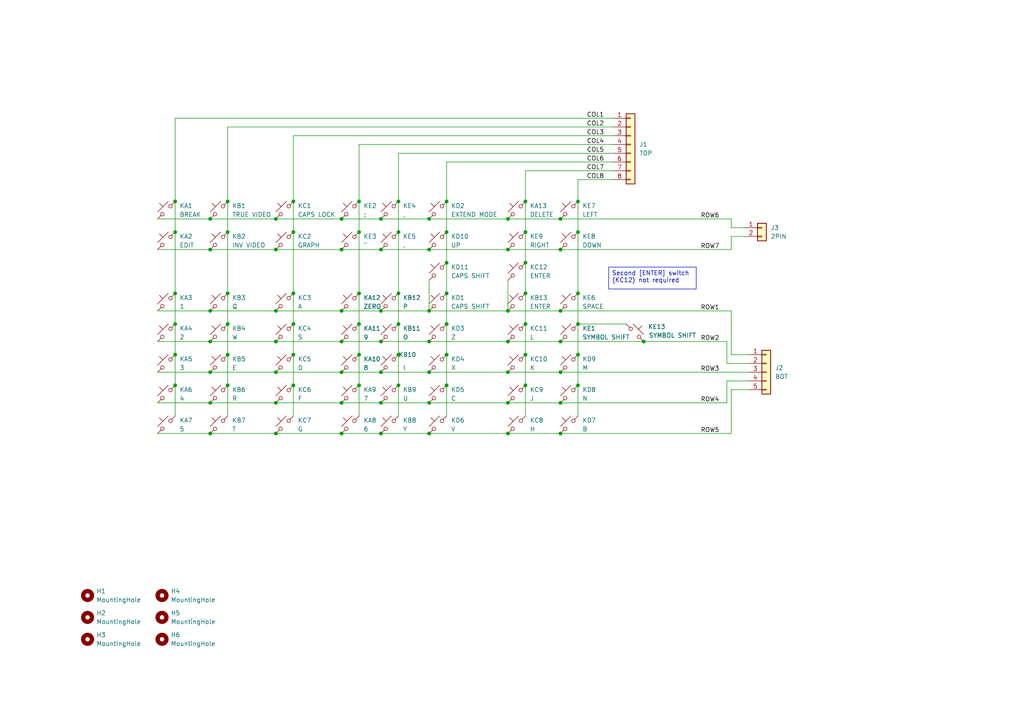
<source format=kicad_sch>
(kicad_sch (version 20250114) (generator "eeschema") (generator_version "9.0")
  (paper "A4")
  (title_block (title "ZX Spectrum Next Keyboard for Bare Board") (date "28/OCT/2025") (rev "A") (company "Brett Hallen"))
  (lib_symbols
    (symbol "Connector_Generic:Conn_01x02" (pin_names (offset 1.016) (hide yes))
      (property "Reference" "J" (at 0 2.54 0))
      (property "Value" "Conn_01x02" (at 0 -5.08 0))
      (symbol "Conn_01x02_1_1"
        (rectangle (start -1.27 1.27) (end 1.27 -3.81) (stroke (width 0.254)) (fill (type background)))
        (rectangle (start -1.27 0.127) (end 0 -0.127) (stroke (width 0.1524)))
        (rectangle (start -1.27 -2.413) (end 0 -2.667) (stroke (width 0.1524)))
        (pin passive line (at -5.08 0 0) (length 3.81) (name "Pin_1") (number "1"))
        (pin passive line (at -5.08 -2.54 0) (length 3.81) (name "Pin_2") (number "2"))
      )
    )
    (symbol "Connector_Generic:Conn_01x05" (pin_names (offset 1.016) (hide yes))
      (property "Reference" "J" (at 0 7.62 0))
      (property "Value" "Conn_01x05" (at 0 -7.62 0))
      (symbol "Conn_01x05_1_1"
        (rectangle (start -1.27 6.35) (end 1.27 -6.35) (stroke (width 0.254)) (fill (type background)))
        (rectangle (start -1.27 5.207) (end 0 4.953) (stroke (width 0.1524)))
        (rectangle (start -1.27 2.667) (end 0 2.413) (stroke (width 0.1524)))
        (rectangle (start -1.27 0.127) (end 0 -0.127) (stroke (width 0.1524)))
        (rectangle (start -1.27 -2.413) (end 0 -2.667) (stroke (width 0.1524)))
        (rectangle (start -1.27 -4.953) (end 0 -5.207) (stroke (width 0.1524)))
        (pin passive line (at -5.08 5.08 0) (length 3.81) (name "Pin_1") (number "1"))
        (pin passive line (at -5.08 2.54 0) (length 3.81) (name "Pin_2") (number "2"))
        (pin passive line (at -5.08 0 0) (length 3.81) (name "Pin_3") (number "3"))
        (pin passive line (at -5.08 -2.54 0) (length 3.81) (name "Pin_4") (number "4"))
        (pin passive line (at -5.08 -5.08 0) (length 3.81) (name "Pin_5") (number "5"))
      )
    )
    (symbol "Connector_Generic:Conn_01x08" (pin_names (offset 1.016) (hide yes))
      (property "Reference" "J" (at 0 10.16 0))
      (property "Value" "Conn_01x08" (at 0 -12.7 0))
      (symbol "Conn_01x08_1_1"
        (rectangle (start -1.27 8.89) (end 1.27 -11.43) (stroke (width 0.254)) (fill (type background)))
        (rectangle (start -1.27 7.747) (end 0 7.493) (stroke (width 0.1524)))
        (rectangle (start -1.27 5.207) (end 0 4.953) (stroke (width 0.1524)))
        (rectangle (start -1.27 2.667) (end 0 2.413) (stroke (width 0.1524)))
        (rectangle (start -1.27 0.127) (end 0 -0.127) (stroke (width 0.1524)))
        (rectangle (start -1.27 -2.413) (end 0 -2.667) (stroke (width 0.1524)))
        (rectangle (start -1.27 -4.953) (end 0 -5.207) (stroke (width 0.1524)))
        (rectangle (start -1.27 -7.493) (end 0 -7.747) (stroke (width 0.1524)))
        (rectangle (start -1.27 -10.033) (end 0 -10.287) (stroke (width 0.1524)))
        (pin passive line (at -5.08 7.62 0) (length 3.81) (name "Pin_1") (number "1"))
        (pin passive line (at -5.08 5.08 0) (length 3.81) (name "Pin_2") (number "2"))
        (pin passive line (at -5.08 2.54 0) (length 3.81) (name "Pin_3") (number "3"))
        (pin passive line (at -5.08 0 0) (length 3.81) (name "Pin_4") (number "4"))
        (pin passive line (at -5.08 -2.54 0) (length 3.81) (name "Pin_5") (number "5"))
        (pin passive line (at -5.08 -5.08 0) (length 3.81) (name "Pin_6") (number "6"))
        (pin passive line (at -5.08 -7.62 0) (length 3.81) (name "Pin_7") (number "7"))
        (pin passive line (at -5.08 -10.16 0) (length 3.81) (name "Pin_8") (number "8"))
      )
    )
    (symbol "Mechanical:MountingHole" (pin_names (offset 1.016)) (in_bom no)
      (property "Reference" "H" (at 0 5.08 0))
      (property "Value" "MountingHole" (at 0 3.175 0))
      (symbol "MountingHole_0_1"
        (circle (center 0 0) (radius 1.27) (stroke (width 1.27)))
      )
    )
    (symbol "Switch:SW_Push_45deg" (pin_numbers (hide yes)) (pin_names (offset 1.016) (hide yes))
      (property "Reference" "SW" (at 3.048 1.016 0))
      (property "Value" "SW_Push_45deg" (at 0 -3.81 0))
      (symbol "SW_Push_45deg_0_1"
        (polyline (pts (xy -2.54 2.54) (xy -1.524 1.524) (xy -1.524 1.524)))
        (circle (center -1.1684 1.1684) (radius 0.508))
        (polyline (pts (xy -0.508 2.54) (xy 2.54 -0.508)))
        (polyline (pts (xy 1.016 1.016) (xy 2.032 2.032)))
        (circle (center 1.143 -1.1938) (radius 0.508))
        (polyline (pts (xy 1.524 -1.524) (xy 2.54 -2.54) (xy 2.54 -2.54) (xy 2.54 -2.54)))
        (pin passive line (at -2.54 2.54 0) (length 0) (name "1") (number "1"))
        (pin passive line (at 2.54 -2.54 180) (length 0) (name "2") (number "2"))
      )
    )
  )
  (text_box "Second [ENTER] switch (KC12) not required" (at 176.53 77.47 0) (size 25.4 6.35) (margins 0.9525 0.9525 0.9525 0.9525) (effects (font (size 1.27 1.27)) (justify left top)))
  (junction (at 167.64 58.42))
  (junction (at 186.69 99.06))
  (junction (at 115.57 93.98))
  (junction (at 147.32 90.17))
  (junction (at 115.57 85.09))
  (junction (at 167.64 102.87))
  (junction (at 110.49 90.17))
  (junction (at 129.54 93.98))
  (junction (at 124.46 116.84))
  (junction (at 167.64 85.09))
  (junction (at 162.56 72.39))
  (junction (at 110.49 107.95))
  (junction (at 124.46 90.17))
  (junction (at 110.49 72.39))
  (junction (at 110.49 99.06))
  (junction (at 66.04 102.87))
  (junction (at 115.57 102.87))
  (junction (at 152.4 102.87))
  (junction (at 66.04 85.09))
  (junction (at 99.06 116.84))
  (junction (at 129.54 76.2))
  (junction (at 99.06 63.5))
  (junction (at 99.06 107.95))
  (junction (at 129.54 67.31))
  (junction (at 104.14 67.31))
  (junction (at 104.14 58.42))
  (junction (at 60.96 90.17))
  (junction (at 85.09 85.09))
  (junction (at 99.06 72.39))
  (junction (at 124.46 99.06))
  (junction (at 104.14 93.98))
  (junction (at 99.06 90.17))
  (junction (at 124.46 72.39))
  (junction (at 115.57 67.31))
  (junction (at 110.49 125.73))
  (junction (at 60.96 63.5))
  (junction (at 167.64 67.31))
  (junction (at 85.09 102.87))
  (junction (at 80.01 63.5))
  (junction (at 147.32 116.84))
  (junction (at 80.01 107.95))
  (junction (at 85.09 111.76))
  (junction (at 80.01 72.39))
  (junction (at 129.54 102.87))
  (junction (at 50.8 67.31))
  (junction (at 99.06 99.06))
  (junction (at 80.01 116.84))
  (junction (at 66.04 93.98))
  (junction (at 152.4 76.2))
  (junction (at 60.96 116.84))
  (junction (at 80.01 99.06))
  (junction (at 129.54 85.09))
  (junction (at 99.06 125.73))
  (junction (at 147.32 107.95))
  (junction (at 152.4 67.31))
  (junction (at 162.56 90.17))
  (junction (at 147.32 72.39))
  (junction (at 124.46 107.95))
  (junction (at 66.04 67.31))
  (junction (at 147.32 63.5))
  (junction (at 85.09 58.42))
  (junction (at 60.96 99.06))
  (junction (at 50.8 102.87))
  (junction (at 66.04 58.42))
  (junction (at 50.8 58.42))
  (junction (at 66.04 111.76))
  (junction (at 124.46 125.73))
  (junction (at 162.56 99.06))
  (junction (at 167.64 93.98))
  (junction (at 162.56 125.73))
  (junction (at 162.56 107.95))
  (junction (at 147.32 125.73))
  (junction (at 162.56 63.5))
  (junction (at 152.4 111.76))
  (junction (at 80.01 125.73))
  (junction (at 85.09 93.98))
  (junction (at 152.4 85.09))
  (junction (at 60.96 125.73))
  (junction (at 152.4 58.42))
  (junction (at 115.57 58.42))
  (junction (at 124.46 63.5))
  (junction (at 85.09 67.31))
  (junction (at 110.49 63.5))
  (junction (at 80.01 90.17))
  (junction (at 129.54 58.42))
  (junction (at 147.32 99.06))
  (junction (at 50.8 111.76))
  (junction (at 60.96 72.39))
  (junction (at 110.49 116.84))
  (junction (at 104.14 111.76))
  (junction (at 162.56 116.84))
  (junction (at 104.14 102.87))
  (junction (at 104.14 85.09))
  (junction (at 167.64 111.76))
  (junction (at 129.54 111.76))
  (junction (at 115.57 111.76))
  (junction (at 60.96 107.95))
  (junction (at 50.8 85.09))
  (junction (at 152.4 93.98))
  (junction (at 50.8 93.98))
  (wire (pts (xy 162.56 116.84) (xy 210.82 116.84)))
  (wire (pts (xy 99.06 99.06) (xy 110.49 99.06)))
  (wire (pts (xy 45.72 90.17) (xy 60.96 90.17)))
  (wire (pts (xy 60.96 72.39) (xy 80.01 72.39)))
  (wire (pts (xy 167.64 93.98) (xy 181.61 93.98)))
  (wire (pts (xy 152.4 85.09) (xy 152.4 93.98)))
  (wire (pts (xy 80.01 107.95) (xy 99.06 107.95)))
  (wire (pts (xy 115.57 111.76) (xy 115.57 120.65)))
  (wire (pts (xy 167.64 67.31) (xy 167.64 85.09)))
  (wire (pts (xy 80.01 63.5) (xy 99.06 63.5)))
  (wire (pts (xy 60.96 107.95) (xy 80.01 107.95)))
  (wire (pts (xy 60.96 125.73) (xy 80.01 125.73)))
  (wire (pts (xy 217.17 113.03) (xy 212.09 113.03)))
  (wire (pts (xy 115.57 93.98) (xy 115.57 102.87)))
  (wire (pts (xy 115.57 58.42) (xy 115.57 67.31)))
  (wire (pts (xy 124.46 99.06) (xy 147.32 99.06)))
  (wire (pts (xy 115.57 67.31) (xy 115.57 85.09)))
  (wire (pts (xy 162.56 107.95) (xy 217.17 107.95)))
  (wire (pts (xy 50.8 102.87) (xy 50.8 111.76)))
  (wire (pts (xy 50.8 67.31) (xy 50.8 85.09)))
  (wire (pts (xy 124.46 125.73) (xy 147.32 125.73)))
  (wire (pts (xy 177.8 36.83) (xy 66.04 36.83)))
  (wire (pts (xy 217.17 102.87) (xy 212.09 102.87)))
  (wire (pts (xy 212.09 68.58) (xy 212.09 72.39)))
  (wire (pts (xy 152.4 67.31) (xy 152.4 76.2)))
  (wire (pts (xy 129.54 58.42) (xy 129.54 67.31)))
  (wire (pts (xy 147.32 81.28) (xy 147.32 90.17)))
  (wire (pts (xy 99.06 125.73) (xy 110.49 125.73)))
  (wire (pts (xy 66.04 36.83) (xy 66.04 58.42)))
  (wire (pts (xy 147.32 72.39) (xy 162.56 72.39)))
  (wire (pts (xy 66.04 67.31) (xy 66.04 85.09)))
  (wire (pts (xy 162.56 63.5) (xy 212.09 63.5)))
  (wire (pts (xy 217.17 110.49) (xy 210.82 110.49)))
  (wire (pts (xy 162.56 99.06) (xy 186.69 99.06)))
  (wire (pts (xy 167.64 58.42) (xy 167.64 67.31)))
  (wire (pts (xy 212.09 102.87) (xy 212.09 90.17)))
  (wire (pts (xy 167.64 52.07) (xy 167.64 58.42)))
  (wire (pts (xy 110.49 99.06) (xy 124.46 99.06)))
  (wire (pts (xy 167.64 85.09) (xy 167.64 93.98)))
  (wire (pts (xy 60.96 99.06) (xy 80.01 99.06)))
  (wire (pts (xy 186.69 99.06) (xy 210.82 99.06)))
  (wire (pts (xy 85.09 85.09) (xy 85.09 93.98)))
  (wire (pts (xy 152.4 76.2) (xy 152.4 85.09)))
  (wire (pts (xy 162.56 125.73) (xy 212.09 125.73)))
  (wire (pts (xy 104.14 41.91) (xy 104.14 58.42)))
  (wire (pts (xy 60.96 116.84) (xy 80.01 116.84)))
  (wire (pts (xy 167.64 102.87) (xy 167.64 111.76)))
  (wire (pts (xy 167.64 111.76) (xy 167.64 120.65)))
  (wire (pts (xy 129.54 93.98) (xy 129.54 102.87)))
  (wire (pts (xy 85.09 111.76) (xy 85.09 120.65)))
  (wire (pts (xy 66.04 85.09) (xy 66.04 93.98)))
  (wire (pts (xy 177.8 46.99) (xy 129.54 46.99)))
  (wire (pts (xy 45.72 116.84) (xy 60.96 116.84)))
  (wire (pts (xy 147.32 63.5) (xy 162.56 63.5)))
  (wire (pts (xy 66.04 102.87) (xy 66.04 111.76)))
  (wire (pts (xy 45.72 125.73) (xy 60.96 125.73)))
  (wire (pts (xy 152.4 93.98) (xy 152.4 102.87)))
  (wire (pts (xy 85.09 67.31) (xy 85.09 85.09)))
  (wire (pts (xy 85.09 58.42) (xy 85.09 67.31)))
  (wire (pts (xy 124.46 63.5) (xy 147.32 63.5)))
  (wire (pts (xy 124.46 116.84) (xy 147.32 116.84)))
  (wire (pts (xy 104.14 93.98) (xy 104.14 102.87)))
  (wire (pts (xy 152.4 102.87) (xy 152.4 111.76)))
  (wire (pts (xy 129.54 85.09) (xy 129.54 93.98)))
  (wire (pts (xy 50.8 111.76) (xy 50.8 120.65)))
  (wire (pts (xy 115.57 102.87) (xy 115.57 111.76)))
  (wire (pts (xy 110.49 116.84) (xy 124.46 116.84)))
  (wire (pts (xy 152.4 49.53) (xy 152.4 58.42)))
  (wire (pts (xy 177.8 44.45) (xy 115.57 44.45)))
  (wire (pts (xy 177.8 41.91) (xy 104.14 41.91)))
  (wire (pts (xy 147.32 125.73) (xy 162.56 125.73)))
  (wire (pts (xy 104.14 102.87) (xy 104.14 111.76)))
  (wire (pts (xy 50.8 85.09) (xy 50.8 93.98)))
  (wire (pts (xy 104.14 85.09) (xy 104.14 93.98)))
  (wire (pts (xy 45.72 107.95) (xy 60.96 107.95)))
  (wire (pts (xy 50.8 34.29) (xy 50.8 58.42)))
  (wire (pts (xy 210.82 110.49) (xy 210.82 116.84)))
  (wire (pts (xy 110.49 125.73) (xy 124.46 125.73)))
  (wire (pts (xy 147.32 99.06) (xy 162.56 99.06)))
  (wire (pts (xy 147.32 90.17) (xy 162.56 90.17)))
  (wire (pts (xy 104.14 67.31) (xy 104.14 85.09)))
  (wire (pts (xy 50.8 93.98) (xy 50.8 102.87)))
  (wire (pts (xy 104.14 111.76) (xy 104.14 120.65)))
  (wire (pts (xy 129.54 102.87) (xy 129.54 111.76)))
  (wire (pts (xy 66.04 111.76) (xy 66.04 120.65)))
  (wire (pts (xy 110.49 72.39) (xy 124.46 72.39)))
  (wire (pts (xy 85.09 39.37) (xy 85.09 58.42)))
  (wire (pts (xy 129.54 46.99) (xy 129.54 58.42)))
  (wire (pts (xy 124.46 72.39) (xy 147.32 72.39)))
  (wire (pts (xy 167.64 93.98) (xy 167.64 102.87)))
  (wire (pts (xy 177.8 52.07) (xy 167.64 52.07)))
  (wire (pts (xy 60.96 63.5) (xy 80.01 63.5)))
  (wire (pts (xy 99.06 116.84) (xy 110.49 116.84)))
  (wire (pts (xy 50.8 58.42) (xy 50.8 67.31)))
  (wire (pts (xy 104.14 58.42) (xy 104.14 67.31)))
  (wire (pts (xy 212.09 113.03) (xy 212.09 125.73)))
  (wire (pts (xy 129.54 76.2) (xy 129.54 85.09)))
  (wire (pts (xy 60.96 90.17) (xy 80.01 90.17)))
  (wire (pts (xy 162.56 90.17) (xy 212.09 90.17)))
  (wire (pts (xy 80.01 90.17) (xy 99.06 90.17)))
  (wire (pts (xy 85.09 102.87) (xy 85.09 111.76)))
  (wire (pts (xy 147.32 116.84) (xy 162.56 116.84)))
  (wire (pts (xy 124.46 90.17) (xy 147.32 90.17)))
  (wire (pts (xy 85.09 93.98) (xy 85.09 102.87)))
  (wire (pts (xy 129.54 67.31) (xy 129.54 76.2)))
  (wire (pts (xy 152.4 58.42) (xy 152.4 67.31)))
  (wire (pts (xy 80.01 116.84) (xy 99.06 116.84)))
  (wire (pts (xy 124.46 107.95) (xy 147.32 107.95)))
  (wire (pts (xy 99.06 90.17) (xy 110.49 90.17)))
  (wire (pts (xy 147.32 107.95) (xy 162.56 107.95)))
  (wire (pts (xy 110.49 107.95) (xy 124.46 107.95)))
  (wire (pts (xy 110.49 63.5) (xy 124.46 63.5)))
  (wire (pts (xy 115.57 85.09) (xy 115.57 93.98)))
  (wire (pts (xy 217.17 105.41) (xy 210.82 105.41)))
  (wire (pts (xy 45.72 72.39) (xy 60.96 72.39)))
  (wire (pts (xy 212.09 66.04) (xy 212.09 63.5)))
  (wire (pts (xy 99.06 63.5) (xy 110.49 63.5)))
  (wire (pts (xy 162.56 72.39) (xy 212.09 72.39)))
  (wire (pts (xy 99.06 72.39) (xy 110.49 72.39)))
  (wire (pts (xy 45.72 63.5) (xy 60.96 63.5)))
  (wire (pts (xy 210.82 105.41) (xy 210.82 99.06)))
  (wire (pts (xy 45.72 99.06) (xy 60.96 99.06)))
  (wire (pts (xy 177.8 39.37) (xy 85.09 39.37)))
  (wire (pts (xy 80.01 125.73) (xy 99.06 125.73)))
  (wire (pts (xy 66.04 58.42) (xy 66.04 67.31)))
  (wire (pts (xy 177.8 49.53) (xy 152.4 49.53)))
  (wire (pts (xy 215.9 68.58) (xy 212.09 68.58)))
  (wire (pts (xy 124.46 81.28) (xy 124.46 90.17)))
  (wire (pts (xy 80.01 72.39) (xy 99.06 72.39)))
  (wire (pts (xy 115.57 44.45) (xy 115.57 58.42)))
  (wire (pts (xy 99.06 107.95) (xy 110.49 107.95)))
  (wire (pts (xy 177.8 34.29) (xy 50.8 34.29)))
  (wire (pts (xy 129.54 111.76) (xy 129.54 120.65)))
  (wire (pts (xy 152.4 111.76) (xy 152.4 120.65)))
  (wire (pts (xy 215.9 66.04) (xy 212.09 66.04)))
  (wire (pts (xy 66.04 93.98) (xy 66.04 102.87)))
  (wire (pts (xy 80.01 99.06) (xy 99.06 99.06)))
  (wire (pts (xy 110.49 90.17) (xy 124.46 90.17)))
  (label "COL7" (at 170.18 49.53 0))
  (label "COL5" (at 170.18 44.45 0))
  (label "ROW2" (at 203.2 99.06 0))
  (label "COL8" (at 170.18 52.07 0))
  (label "COL6" (at 170.18 46.99 0))
  (label "COL3" (at 170.18 39.37 0))
  (label "ROW7" (at 203.2 72.39 0))
  (label "ROW3" (at 203.2 107.95 0))
  (label "COL4" (at 170.18 41.91 0))
  (label "COL2" (at 170.18 36.83 0))
  (label "ROW4" (at 203.2 116.84 0))
  (label "ROW5" (at 203.2 125.73 0))
  (label "ROW1" (at 203.2 90.17 0))
  (label "COL1" (at 170.18 34.29 0))
  (label "ROW6" (at 203.2 63.5 0))
  (symbol (lib_id "Switch:SW_Push_45deg") (at 101.6 60.96 90) (unit 1)
    (property "Reference" "KE2" (at 105.41 59.6899 90) (effects (justify right)))
    (property "Value" ";" (at 105.41 62.2299 90) (effects (justify right)))
    (property "Footprint" "Clueless_Engineer:SW_Gateron_LowProfile_THT" (effects (hide yes)))
    (property "Description" "Push button switch, normally open, two pins, 45° tilted" (effects (hide yes)))
  )
  (symbol (lib_id "Switch:SW_Push_45deg") (at 127 105.41 90) (unit 1)
    (property "Reference" "KD4" (at 130.81 104.1399 90) (effects (justify right)))
    (property "Value" "X" (at 130.81 106.6799 90) (effects (justify right)))
    (property "Footprint" "Clueless_Engineer:SW_Gateron_LowProfile_THT" (effects (hide yes)))
    (property "Description" "Push button switch, normally open, two pins, 45° tilted" (effects (hide yes)))
  )
  (symbol (lib_id "Switch:SW_Push_45deg") (at 63.5 96.52 90) (unit 1)
    (property "Reference" "KB4" (at 67.31 95.2499 90) (effects (justify right)))
    (property "Value" "W" (at 67.31 97.7899 90) (effects (justify right)))
    (property "Footprint" "Clueless_Engineer:SW_Gateron_LowProfile_THT" (effects (hide yes)))
    (property "Description" "Push button switch, normally open, two pins, 45° tilted" (effects (hide yes)))
  )
  (symbol (lib_id "Switch:SW_Push_45deg") (at 113.03 87.63 90) (unit 1)
    (property "Reference" "KB12" (at 116.84 86.3599 90) (effects (justify right)))
    (property "Value" "P" (at 116.84 88.8999 90) (effects (justify right)))
    (property "Footprint" "Clueless_Engineer:SW_Gateron_LowProfile_THT" (effects (hide yes)))
    (property "Description" "Push button switch, normally open, two pins, 45° tilted" (effects (hide yes)))
  )
  (symbol (lib_id "Switch:SW_Push_45deg") (at 149.86 123.19 90) (unit 1)
    (property "Reference" "KC8" (at 153.67 121.9199 90) (effects (justify right)))
    (property "Value" "H" (at 153.67 124.4599 90) (effects (justify right)))
    (property "Footprint" "Clueless_Engineer:SW_Gateron_LowProfile_THT" (effects (hide yes)))
    (property "Description" "Push button switch, normally open, two pins, 45° tilted" (effects (hide yes)))
  )
  (symbol (lib_id "Switch:SW_Push_45deg") (at 149.86 78.74 90) (unit 1) (on_board no)
    (property "Reference" "KC12" (at 153.67 77.4699 90) (effects (justify right)))
    (property "Value" "ENTER" (at 153.67 80.0099 90) (effects (justify right)))
    (property "Footprint" "Clueless_Engineer:SW_Gateron_LowProfile_THT" (effects (hide yes)))
    (property "Description" "Push button switch, normally open, two pins, 45° tilted" (effects (hide yes)))
  )
  (symbol (lib_id "Connector_Generic:Conn_01x02") (at 220.98 66.04 0) (unit 1)
    (property "Reference" "J3" (at 223.52 66.0399 0) (effects (justify left)))
    (property "Value" "2PIN" (at 223.52 68.5799 0) (effects (justify left)))
    (property "Footprint" "Connector_PinHeader_2.54mm:PinHeader_1x02_P2.54mm_Vertical" (effects (hide yes)))
    (property "Description" "Generic connector, single row, 01x02, script generated (kicad-library-utils/schlib/autogen/connector/)" (effects (hide yes)))
  )
  (symbol (lib_id "Switch:SW_Push_45deg") (at 113.03 60.96 90) (unit 1)
    (property "Reference" "KE4" (at 116.84 59.6899 90) (effects (justify right)))
    (property "Value" "," (at 116.84 62.2299 90) (effects (justify right)))
    (property "Footprint" "Clueless_Engineer:SW_Gateron_LowProfile_THT" (effects (hide yes)))
    (property "Description" "Push button switch, normally open, two pins, 45° tilted" (effects (hide yes)))
  )
  (symbol (lib_id "Switch:SW_Push_45deg") (at 101.6 123.19 90) (unit 1)
    (property "Reference" "KA8" (at 105.41 121.9199 90) (effects (justify right)))
    (property "Value" "6" (at 105.41 124.4599 90) (effects (justify right)))
    (property "Footprint" "Clueless_Engineer:SW_Gateron_LowProfile_THT" (effects (hide yes)))
    (property "Description" "Push button switch, normally open, two pins, 45° tilted" (effects (hide yes)))
  )
  (symbol (lib_id "Switch:SW_Push_45deg") (at 127 87.63 90) (unit 1)
    (property "Reference" "KD1" (at 130.81 86.3599 90) (effects (justify right)))
    (property "Value" "CAPS SHIFT" (at 130.81 88.8999 90) (effects (justify right)))
    (property "Footprint" "Clueless_Engineer:SW_Gateron_LowProfile_THT" (effects (hide yes)))
    (property "Description" "Push button switch, normally open, two pins, 45° tilted" (effects (hide yes)))
  )
  (symbol (lib_id "Switch:SW_Push_45deg") (at 165.1 105.41 90) (unit 1)
    (property "Reference" "KD9" (at 168.91 104.1399 90) (effects (justify right)))
    (property "Value" "M" (at 168.91 106.6799 90) (effects (justify right)))
    (property "Footprint" "Clueless_Engineer:SW_Gateron_LowProfile_THT" (effects (hide yes)))
    (property "Description" "Push button switch, normally open, two pins, 45° tilted" (effects (hide yes)))
  )
  (symbol (lib_id "Switch:SW_Push_45deg") (at 113.03 69.85 90) (unit 1)
    (property "Reference" "KE5" (at 116.84 68.5799 90) (effects (justify right)))
    (property "Value" "." (at 116.84 71.1199 90) (effects (justify right)))
    (property "Footprint" "Clueless_Engineer:SW_Gateron_LowProfile_THT" (effects (hide yes)))
    (property "Description" "Push button switch, normally open, two pins, 45° tilted" (effects (hide yes)))
  )
  (symbol (lib_id "Switch:SW_Push_45deg") (at 48.26 69.85 90) (unit 1)
    (property "Reference" "KA2" (at 52.07 68.5799 90) (effects (justify right)))
    (property "Value" "EDIT" (at 52.07 71.1199 90) (effects (justify right)))
    (property "Footprint" "Clueless_Engineer:SW_Gateron_LowProfile_THT" (effects (hide yes)))
    (property "Description" "Push button switch, normally open, two pins, 45° tilted" (effects (hide yes)))
  )
  (symbol (lib_id "Switch:SW_Push_45deg") (at 63.5 114.3 90) (unit 1)
    (property "Reference" "KB6" (at 67.31 113.0299 90) (effects (justify right)))
    (property "Value" "R" (at 67.31 115.5699 90) (effects (justify right)))
    (property "Footprint" "Clueless_Engineer:SW_Gateron_LowProfile_THT" (effects (hide yes)))
    (property "Description" "Push button switch, normally open, two pins, 45° tilted" (effects (hide yes)))
  )
  (symbol (lib_id "Switch:SW_Push_45deg") (at 63.5 87.63 90) (unit 1)
    (property "Reference" "KB3" (at 67.31 86.3599 90) (effects (justify right)))
    (property "Value" "Q" (at 67.31 88.8999 90) (effects (justify right)))
    (property "Footprint" "Clueless_Engineer:SW_Gateron_LowProfile_THT" (effects (hide yes)))
    (property "Description" "Push button switch, normally open, two pins, 45° tilted" (effects (hide yes)))
  )
  (symbol (lib_id "Switch:SW_Push_45deg") (at 48.26 105.41 90) (unit 1)
    (property "Reference" "KA5" (at 52.07 104.1399 90) (effects (justify right)))
    (property "Value" "3" (at 52.07 106.6799 90) (effects (justify right)))
    (property "Footprint" "Clueless_Engineer:SW_Gateron_LowProfile_THT" (effects (hide yes)))
    (property "Description" "Push button switch, normally open, two pins, 45° tilted" (effects (hide yes)))
  )
  (symbol (lib_id "Switch:SW_Push_45deg") (at 101.6 87.63 90) (unit 1)
    (property "Reference" "KA12" (at 105.41 86.3599 90) (effects (justify right)))
    (property "Value" "ZERO" (at 105.41 88.8999 90) (effects (justify right)))
    (property "Footprint" "Clueless_Engineer:SW_Gateron_LowProfile_THT" (effects (hide yes)))
    (property "Description" "Push button switch, normally open, two pins, 45° tilted" (effects (hide yes)))
  )
  (symbol (lib_id "Switch:SW_Push_45deg") (at 184.15 96.52 270) (mirror x) (unit 1)
    (property "Reference" "KE13" (at 193.04 94.742 90) (effects (justify right)))
    (property "Value" "SYMBOL SHIFT" (at 201.93 97.282 90) (effects (justify right)))
    (property "Footprint" "Clueless_Engineer:SW_Gateron_LowProfile_THT" (effects (hide yes)))
    (property "Description" "Push button switch, normally open, two pins, 45° tilted" (effects (hide yes)))
  )
  (symbol (lib_id "Switch:SW_Push_45deg") (at 127 123.19 90) (unit 1)
    (property "Reference" "KD6" (at 130.81 121.9199 90) (effects (justify right)))
    (property "Value" "V" (at 130.81 124.4599 90) (effects (justify right)))
    (property "Footprint" "Clueless_Engineer:SW_Gateron_LowProfile_THT" (effects (hide yes)))
    (property "Description" "Push button switch, normally open, two pins, 45° tilted" (effects (hide yes)))
  )
  (symbol (lib_id "Mechanical:MountingHole") (at 25.4 172.72 0) (unit 1) (in_bom no)
    (property "Reference" "H1" (at 27.94 171.4499 0) (effects (justify left)))
    (property "Value" "MountingHole" (at 27.94 173.9899 0) (effects (justify left)))
    (property "Footprint" "MountingHole:MountingHole_3.2mm_M3" (effects (hide yes)))
    (property "Description" "Mounting Hole without connection" (effects (hide yes)))
  )
  (symbol (lib_id "Switch:SW_Push_45deg") (at 165.1 87.63 90) (unit 1)
    (property "Reference" "KE6" (at 168.91 86.3599 90) (effects (justify right)))
    (property "Value" "SPACE" (at 168.91 88.8999 90) (effects (justify right)))
    (property "Footprint" "Clueless_Engineer:SW_Gateron_LowProfile_THT" (effects (hide yes)))
    (property "Description" "Push button switch, normally open, two pins, 45° tilted" (effects (hide yes)))
  )
  (symbol (lib_id "Switch:SW_Push_45deg") (at 63.5 60.96 90) (unit 1)
    (property "Reference" "KB1" (at 67.31 59.6899 90) (effects (justify right)))
    (property "Value" "TRUE VIDEO" (at 67.31 62.2299 90) (effects (justify right)))
    (property "Footprint" "Clueless_Engineer:SW_Gateron_LowProfile_THT" (effects (hide yes)))
    (property "Description" "Push button switch, normally open, two pins, 45° tilted" (effects (hide yes)))
  )
  (symbol (lib_id "Connector_Generic:Conn_01x05") (at 222.25 107.95 0) (unit 1)
    (property "Reference" "J2" (at 224.79 106.6799 0) (effects (justify left)))
    (property "Value" "BOT" (at 224.79 109.2199 0) (effects (justify left)))
    (property "Footprint" "Connector_PinHeader_2.54mm:PinHeader_1x05_P2.54mm_Vertical" (effects (hide yes)))
    (property "Description" "Generic connector, single row, 01x05, script generated (kicad-library-utils/schlib/autogen/connector/)" (effects (hide yes)))
  )
  (symbol (lib_id "Switch:SW_Push_45deg") (at 82.55 114.3 90) (unit 1)
    (property "Reference" "KC6" (at 86.36 113.0299 90) (effects (justify right)))
    (property "Value" "F" (at 86.36 115.5699 90) (effects (justify right)))
    (property "Footprint" "Clueless_Engineer:SW_Gateron_LowProfile_THT" (effects (hide yes)))
    (property "Description" "Push button switch, normally open, two pins, 45° tilted" (effects (hide yes)))
  )
  (symbol (lib_id "Switch:SW_Push_45deg") (at 48.26 114.3 90) (unit 1)
    (property "Reference" "KA6" (at 52.07 113.0299 90) (effects (justify right)))
    (property "Value" "4" (at 52.07 115.5699 90) (effects (justify right)))
    (property "Footprint" "Clueless_Engineer:SW_Gateron_LowProfile_THT" (effects (hide yes)))
    (property "Description" "Push button switch, normally open, two pins, 45° tilted" (effects (hide yes)))
  )
  (symbol (lib_id "Switch:SW_Push_45deg") (at 101.6 96.52 90) (unit 1)
    (property "Reference" "KA11" (at 105.41 95.2499 90) (effects (justify right)))
    (property "Value" "9" (at 105.41 97.7899 90) (effects (justify right)))
    (property "Footprint" "Clueless_Engineer:SW_Gateron_LowProfile_THT" (effects (hide yes)))
    (property "Description" "Push button switch, normally open, two pins, 45° tilted" (effects (hide yes)))
  )
  (symbol (lib_id "Mechanical:MountingHole") (at 25.4 179.07 0) (unit 1) (in_bom no)
    (property "Reference" "H2" (at 27.94 177.7999 0) (effects (justify left)))
    (property "Value" "MountingHole" (at 27.94 180.3399 0) (effects (justify left)))
    (property "Footprint" "MountingHole:MountingHole_3.2mm_M3" (effects (hide yes)))
    (property "Description" "Mounting Hole without connection" (effects (hide yes)))
  )
  (symbol (lib_id "Switch:SW_Push_45deg") (at 101.6 105.41 90) (unit 1)
    (property "Reference" "KA10" (at 105.41 104.1399 90) (effects (justify right)))
    (property "Value" "8" (at 105.41 106.6799 90) (effects (justify right)))
    (property "Footprint" "Clueless_Engineer:SW_Gateron_LowProfile_THT" (effects (hide yes)))
    (property "Description" "Push button switch, normally open, two pins, 45° tilted" (effects (hide yes)))
  )
  (symbol (lib_id "Switch:SW_Push_45deg") (at 82.55 87.63 90) (unit 1)
    (property "Reference" "KC3" (at 86.36 86.3599 90) (effects (justify right)))
    (property "Value" "A" (at 86.36 88.8999 90) (effects (justify right)))
    (property "Footprint" "Clueless_Engineer:SW_Gateron_LowProfile_THT" (effects (hide yes)))
    (property "Description" "Push button switch, normally open, two pins, 45° tilted" (effects (hide yes)))
  )
  (symbol (lib_id "Switch:SW_Push_45deg") (at 165.1 60.96 90) (unit 1)
    (property "Reference" "KE7" (at 168.91 59.6899 90) (effects (justify right)))
    (property "Value" "LEFT" (at 168.91 62.2299 90) (effects (justify right)))
    (property "Footprint" "Clueless_Engineer:SW_Gateron_LowProfile_THT" (effects (hide yes)))
    (property "Description" "Push button switch, normally open, two pins, 45° tilted" (effects (hide yes)))
  )
  (symbol (lib_id "Switch:SW_Push_45deg") (at 113.03 123.19 90) (unit 1)
    (property "Reference" "KB8" (at 116.84 121.9199 90) (effects (justify right)))
    (property "Value" "Y" (at 116.84 124.4599 90) (effects (justify right)))
    (property "Footprint" "Clueless_Engineer:SW_Gateron_LowProfile_THT" (effects (hide yes)))
    (property "Description" "Push button switch, normally open, two pins, 45° tilted" (effects (hide yes)))
  )
  (symbol (lib_id "Switch:SW_Push_45deg") (at 149.86 60.96 90) (unit 1)
    (property "Reference" "KA13" (at 153.67 59.6899 90) (effects (justify right)))
    (property "Value" "DELETE" (at 153.67 62.2299 90) (effects (justify right)))
    (property "Footprint" "Clueless_Engineer:SW_Gateron_LowProfile_THT" (effects (hide yes)))
    (property "Description" "Push button switch, normally open, two pins, 45° tilted" (effects (hide yes)))
  )
  (symbol (lib_id "Switch:SW_Push_45deg") (at 113.03 96.52 90) (unit 1)
    (property "Reference" "KB11" (at 116.84 95.2499 90) (effects (justify right)))
    (property "Value" "O" (at 116.84 97.7899 90) (effects (justify right)))
    (property "Footprint" "Clueless_Engineer:SW_Gateron_LowProfile_THT" (effects (hide yes)))
    (property "Description" "Push button switch, normally open, two pins, 45° tilted" (effects (hide yes)))
  )
  (symbol (lib_id "Mechanical:MountingHole") (at 25.4 185.42 0) (unit 1) (in_bom no)
    (property "Reference" "H3" (at 27.94 184.1499 0) (effects (justify left)))
    (property "Value" "MountingHole" (at 27.94 186.6899 0) (effects (justify left)))
    (property "Footprint" "MountingHole:MountingHole_3.2mm_M3" (effects (hide yes)))
    (property "Description" "Mounting Hole without connection" (effects (hide yes)))
  )
  (symbol (lib_id "Switch:SW_Push_45deg") (at 165.1 114.3 90) (unit 1)
    (property "Reference" "KD8" (at 168.91 113.0299 90) (effects (justify right)))
    (property "Value" "N" (at 168.91 115.5699 90) (effects (justify right)))
    (property "Footprint" "Clueless_Engineer:SW_Gateron_LowProfile_THT" (effects (hide yes)))
    (property "Description" "Push button switch, normally open, two pins, 45° tilted" (effects (hide yes)))
  )
  (symbol (lib_id "Switch:SW_Push_45deg") (at 63.5 123.19 90) (unit 1)
    (property "Reference" "KB7" (at 67.31 121.9199 90) (effects (justify right)))
    (property "Value" "T" (at 67.31 124.4599 90) (effects (justify right)))
    (property "Footprint" "Clueless_Engineer:SW_Gateron_LowProfile_THT" (effects (hide yes)))
    (property "Description" "Push button switch, normally open, two pins, 45° tilted" (effects (hide yes)))
  )
  (symbol (lib_id "Switch:SW_Push_45deg") (at 82.55 105.41 90) (unit 1)
    (property "Reference" "KC5" (at 86.36 104.1399 90) (effects (justify right)))
    (property "Value" "D" (at 86.36 106.6799 90) (effects (justify right)))
    (property "Footprint" "Clueless_Engineer:SW_Gateron_LowProfile_THT" (effects (hide yes)))
    (property "Description" "Push button switch, normally open, two pins, 45° tilted" (effects (hide yes)))
  )
  (symbol (lib_id "Switch:SW_Push_45deg") (at 48.26 123.19 90) (unit 1)
    (property "Reference" "KA7" (at 52.07 121.9199 90) (effects (justify right)))
    (property "Value" "5" (at 52.07 124.4599 90) (effects (justify right)))
    (property "Footprint" "Clueless_Engineer:SW_Gateron_LowProfile_THT" (effects (hide yes)))
    (property "Description" "Push button switch, normally open, two pins, 45° tilted" (effects (hide yes)))
  )
  (symbol (lib_id "Switch:SW_Push_45deg") (at 82.55 123.19 90) (unit 1)
    (property "Reference" "KC7" (at 86.36 121.9199 90) (effects (justify right)))
    (property "Value" "G" (at 86.36 124.4599 90) (effects (justify right)))
    (property "Footprint" "Clueless_Engineer:SW_Gateron_LowProfile_THT" (effects (hide yes)))
    (property "Description" "Push button switch, normally open, two pins, 45° tilted" (effects (hide yes)))
  )
  (symbol (lib_id "Mechanical:MountingHole") (at 46.99 172.72 0) (unit 1) (in_bom no)
    (property "Reference" "H4" (at 49.53 171.4499 0) (effects (justify left)))
    (property "Value" "MountingHole" (at 49.53 173.9899 0) (effects (justify left)))
    (property "Footprint" "MountingHole:MountingHole_3.2mm_M3" (effects (hide yes)))
    (property "Description" "Mounting Hole without connection" (effects (hide yes)))
  )
  (symbol (lib_id "Switch:SW_Push_45deg") (at 48.26 96.52 90) (unit 1)
    (property "Reference" "KA4" (at 52.07 95.2499 90) (effects (justify right)))
    (property "Value" "2" (at 52.07 97.7899 90) (effects (justify right)))
    (property "Footprint" "Clueless_Engineer:SW_Gateron_LowProfile_THT" (effects (hide yes)))
    (property "Description" "Push button switch, normally open, two pins, 45° tilted" (effects (hide yes)))
  )
  (symbol (lib_id "Switch:SW_Push_45deg") (at 101.6 114.3 90) (unit 1)
    (property "Reference" "KA9" (at 105.41 113.0299 90) (effects (justify right)))
    (property "Value" "7" (at 105.41 115.5699 90) (effects (justify right)))
    (property "Footprint" "Clueless_Engineer:SW_Gateron_LowProfile_THT" (effects (hide yes)))
    (property "Description" "Push button switch, normally open, two pins, 45° tilted" (effects (hide yes)))
  )
  (symbol (lib_id "Switch:SW_Push_45deg") (at 63.5 69.85 90) (unit 1)
    (property "Reference" "KB2" (at 67.31 68.5799 90) (effects (justify right)))
    (property "Value" "INV VIDEO" (at 67.31 71.1199 90) (effects (justify right)))
    (property "Footprint" "Clueless_Engineer:SW_Gateron_LowProfile_THT" (effects (hide yes)))
    (property "Description" "Push button switch, normally open, two pins, 45° tilted" (effects (hide yes)))
  )
  (symbol (lib_id "Switch:SW_Push_45deg") (at 48.26 60.96 90) (unit 1)
    (property "Reference" "KA1" (at 52.07 59.6899 90) (effects (justify right)))
    (property "Value" "BREAK" (at 52.07 62.2299 90) (effects (justify right)))
    (property "Footprint" "Clueless_Engineer:SW_Gateron_LowProfile_THT" (effects (hide yes)))
    (property "Description" "Push button switch, normally open, two pins, 45° tilted" (effects (hide yes)))
  )
  (symbol (lib_id "Switch:SW_Push_45deg") (at 113.03 105.41 90) (unit 1)
    (property "Reference" "KB10" (at 115.57 102.87 90) (effects (justify right)))
    (property "Value" "I" (at 116.84 106.6799 90) (effects (justify right)))
    (property "Footprint" "Clueless_Engineer:SW_Gateron_LowProfile_THT" (effects (hide yes)))
    (property "Description" "Push button switch, normally open, two pins, 45° tilted" (effects (hide yes)))
  )
  (symbol (lib_id "Switch:SW_Push_45deg") (at 127 60.96 90) (unit 1)
    (property "Reference" "KD2" (at 130.81 59.6899 90) (effects (justify right)))
    (property "Value" "EXTEND MODE" (at 130.81 62.2299 90) (effects (justify right)))
    (property "Footprint" "Clueless_Engineer:SW_Gateron_LowProfile_THT" (effects (hide yes)))
    (property "Description" "Push button switch, normally open, two pins, 45° tilted" (effects (hide yes)))
  )
  (symbol (lib_id "Switch:SW_Push_45deg") (at 82.55 96.52 90) (unit 1)
    (property "Reference" "KC4" (at 86.36 95.2499 90) (effects (justify right)))
    (property "Value" "S" (at 86.36 97.7899 90) (effects (justify right)))
    (property "Footprint" "Clueless_Engineer:SW_Gateron_LowProfile_THT" (effects (hide yes)))
    (property "Description" "Push button switch, normally open, two pins, 45° tilted" (effects (hide yes)))
  )
  (symbol (lib_id "Switch:SW_Push_45deg") (at 101.6 69.85 90) (unit 1)
    (property "Reference" "KE3" (at 105.41 68.5799 90) (effects (justify right)))
    (property "Value" "\"" (at 105.41 71.1199 90) (effects (justify right)))
    (property "Footprint" "Clueless_Engineer:SW_Gateron_LowProfile_THT" (effects (hide yes)))
    (property "Description" "Push button switch, normally open, two pins, 45° tilted" (effects (hide yes)))
  )
  (symbol (lib_id "Switch:SW_Push_45deg") (at 149.86 69.85 90) (unit 1)
    (property "Reference" "KE9" (at 153.67 68.5799 90) (effects (justify right)))
    (property "Value" "RIGHT" (at 153.67 71.1199 90) (effects (justify right)))
    (property "Footprint" "Clueless_Engineer:SW_Gateron_LowProfile_THT" (effects (hide yes)))
    (property "Description" "Push button switch, normally open, two pins, 45° tilted" (effects (hide yes)))
  )
  (symbol (lib_id "Switch:SW_Push_45deg") (at 149.86 87.63 90) (unit 1)
    (property "Reference" "KB13" (at 153.67 86.3599 90) (effects (justify right)))
    (property "Value" "ENTER" (at 153.67 88.8999 90) (effects (justify right)))
    (property "Footprint" "Clueless_Engineer:SW_Gateron_LowProfile_THT" (effects (hide yes)))
    (property "Description" "Push button switch, normally open, two pins, 45° tilted" (effects (hide yes)))
  )
  (symbol (lib_id "Switch:SW_Push_45deg") (at 149.86 96.52 90) (unit 1)
    (property "Reference" "KC11" (at 153.67 95.2499 90) (effects (justify right)))
    (property "Value" "L" (at 153.67 97.7899 90) (effects (justify right)))
    (property "Footprint" "Clueless_Engineer:SW_Gateron_LowProfile_THT" (effects (hide yes)))
    (property "Description" "Push button switch, normally open, two pins, 45° tilted" (effects (hide yes)))
  )
  (symbol (lib_id "Switch:SW_Push_45deg") (at 127 69.85 90) (unit 1)
    (property "Reference" "KD10" (at 130.81 68.5799 90) (effects (justify right)))
    (property "Value" "UP" (at 130.81 71.1199 90) (effects (justify right)))
    (property "Footprint" "Clueless_Engineer:SW_Gateron_LowProfile_THT" (effects (hide yes)))
    (property "Description" "Push button switch, normally open, two pins, 45° tilted" (effects (hide yes)))
  )
  (symbol (lib_id "Switch:SW_Push_45deg") (at 48.26 87.63 90) (unit 1)
    (property "Reference" "KA3" (at 52.07 86.3599 90) (effects (justify right)))
    (property "Value" "1" (at 52.07 88.8999 90) (effects (justify right)))
    (property "Footprint" "Clueless_Engineer:SW_Gateron_LowProfile_THT" (effects (hide yes)))
    (property "Description" "Push button switch, normally open, two pins, 45° tilted" (effects (hide yes)))
  )
  (symbol (lib_id "Switch:SW_Push_45deg") (at 149.86 105.41 90) (unit 1)
    (property "Reference" "KC10" (at 153.67 104.1399 90) (effects (justify right)))
    (property "Value" "K" (at 153.67 106.6799 90) (effects (justify right)))
    (property "Footprint" "Clueless_Engineer:SW_Gateron_LowProfile_THT" (effects (hide yes)))
    (property "Description" "Push button switch, normally open, two pins, 45° tilted" (effects (hide yes)))
  )
  (symbol (lib_id "Switch:SW_Push_45deg") (at 165.1 96.52 90) (unit 1)
    (property "Reference" "KE1" (at 168.91 95.2499 90) (effects (justify right)))
    (property "Value" "SYMBOL SHIFT" (at 168.91 97.7899 90) (effects (justify right)))
    (property "Footprint" "Clueless_Engineer:SW_Gateron_LowProfile_THT" (effects (hide yes)))
    (property "Description" "Push button switch, normally open, two pins, 45° tilted" (effects (hide yes)))
  )
  (symbol (lib_id "Switch:SW_Push_45deg") (at 127 114.3 90) (unit 1)
    (property "Reference" "KD5" (at 130.81 113.0299 90) (effects (justify right)))
    (property "Value" "C" (at 130.81 115.5699 90) (effects (justify right)))
    (property "Footprint" "Clueless_Engineer:SW_Gateron_LowProfile_THT" (effects (hide yes)))
    (property "Description" "Push button switch, normally open, two pins, 45° tilted" (effects (hide yes)))
  )
  (symbol (lib_id "Switch:SW_Push_45deg") (at 82.55 69.85 90) (unit 1)
    (property "Reference" "KC2" (at 86.36 68.5799 90) (effects (justify right)))
    (property "Value" "GRAPH" (at 86.36 71.1199 90) (effects (justify right)))
    (property "Footprint" "Clueless_Engineer:SW_Gateron_LowProfile_THT" (effects (hide yes)))
    (property "Description" "Push button switch, normally open, two pins, 45° tilted" (effects (hide yes)))
  )
  (symbol (lib_id "Switch:SW_Push_45deg") (at 149.86 114.3 90) (unit 1)
    (property "Reference" "KC9" (at 153.67 113.0299 90) (effects (justify right)))
    (property "Value" "J" (at 153.67 115.5699 90) (effects (justify right)))
    (property "Footprint" "Clueless_Engineer:SW_Gateron_LowProfile_THT" (effects (hide yes)))
    (property "Description" "Push button switch, normally open, two pins, 45° tilted" (effects (hide yes)))
  )
  (symbol (lib_id "Switch:SW_Push_45deg") (at 165.1 123.19 90) (unit 1)
    (property "Reference" "KD7" (at 168.91 121.9199 90) (effects (justify right)))
    (property "Value" "B" (at 168.91 124.4599 90) (effects (justify right)))
    (property "Footprint" "Clueless_Engineer:SW_Gateron_LowProfile_THT" (effects (hide yes)))
    (property "Description" "Push button switch, normally open, two pins, 45° tilted" (effects (hide yes)))
  )
  (symbol (lib_id "Connector_Generic:Conn_01x08") (at 182.88 41.91 0) (unit 1)
    (property "Reference" "J1" (at 185.42 41.9099 0) (effects (justify left)))
    (property "Value" "TOP" (at 185.42 44.4499 0) (effects (justify left)))
    (property "Footprint" "Connector_PinHeader_2.54mm:PinHeader_1x08_P2.54mm_Vertical" (effects (hide yes)))
    (property "Description" "Generic connector, single row, 01x08, script generated (kicad-library-utils/schlib/autogen/connector/)" (effects (hide yes)))
  )
  (symbol (lib_id "Switch:SW_Push_45deg") (at 127 78.74 90) (unit 1)
    (property "Reference" "KD11" (at 130.81 77.4699 90) (effects (justify right)))
    (property "Value" "CAPS SHIFT" (at 130.81 80.0099 90) (effects (justify right)))
    (property "Footprint" "Clueless_Engineer:SW_Gateron_LowProfile_THT" (effects (hide yes)))
    (property "Description" "Push button switch, normally open, two pins, 45° tilted" (effects (hide yes)))
  )
  (symbol (lib_id "Switch:SW_Push_45deg") (at 63.5 105.41 90) (unit 1)
    (property "Reference" "KB5" (at 67.31 104.1399 90) (effects (justify right)))
    (property "Value" "E" (at 67.31 106.6799 90) (effects (justify right)))
    (property "Footprint" "Clueless_Engineer:SW_Gateron_LowProfile_THT" (effects (hide yes)))
    (property "Description" "Push button switch, normally open, two pins, 45° tilted" (effects (hide yes)))
  )
  (symbol (lib_id "Switch:SW_Push_45deg") (at 113.03 114.3 90) (unit 1)
    (property "Reference" "KB9" (at 116.84 113.0299 90) (effects (justify right)))
    (property "Value" "U" (at 116.84 115.5699 90) (effects (justify right)))
    (property "Footprint" "Clueless_Engineer:SW_Gateron_LowProfile_THT" (effects (hide yes)))
    (property "Description" "Push button switch, normally open, two pins, 45° tilted" (effects (hide yes)))
  )
  (symbol (lib_id "Switch:SW_Push_45deg") (at 82.55 60.96 90) (unit 1)
    (property "Reference" "KC1" (at 86.36 59.6899 90) (effects (justify right)))
    (property "Value" "CAPS LOCK" (at 86.36 62.2299 90) (effects (justify right)))
    (property "Footprint" "Clueless_Engineer:SW_Gateron_LowProfile_THT" (effects (hide yes)))
    (property "Description" "Push button switch, normally open, two pins, 45° tilted" (effects (hide yes)))
  )
  (symbol (lib_id "Switch:SW_Push_45deg") (at 165.1 69.85 90) (unit 1)
    (property "Reference" "KE8" (at 168.91 68.5799 90) (effects (justify right)))
    (property "Value" "DOWN" (at 168.91 71.1199 90) (effects (justify right)))
    (property "Footprint" "Clueless_Engineer:SW_Gateron_LowProfile_THT" (effects (hide yes)))
    (property "Description" "Push button switch, normally open, two pins, 45° tilted" (effects (hide yes)))
  )
  (symbol (lib_id "Switch:SW_Push_45deg") (at 127 96.52 90) (unit 1)
    (property "Reference" "KD3" (at 130.81 95.2499 90) (effects (justify right)))
    (property "Value" "Z" (at 130.81 97.7899 90) (effects (justify right)))
    (property "Footprint" "Clueless_Engineer:SW_Gateron_LowProfile_THT" (effects (hide yes)))
    (property "Description" "Push button switch, normally open, two pins, 45° tilted" (effects (hide yes)))
  )
  (symbol (lib_id "Mechanical:MountingHole") (at 46.99 179.07 0) (unit 1) (in_bom no)
    (property "Reference" "H5" (at 49.53 177.7999 0) (effects (justify left)))
    (property "Value" "MountingHole" (at 49.53 180.3399 0) (effects (justify left)))
    (property "Footprint" "MountingHole:MountingHole_3.2mm_M3" (effects (hide yes)))
    (property "Description" "Mounting Hole without connection" (effects (hide yes)))
  )
  (symbol (lib_id "Mechanical:MountingHole") (at 46.99 185.42 0) (unit 1) (in_bom no)
    (property "Reference" "H6" (at 49.53 184.1499 0) (effects (justify left)))
    (property "Value" "MountingHole" (at 49.53 186.6899 0) (effects (justify left)))
    (property "Footprint" "MountingHole:MountingHole_3.2mm_M3" (effects (hide yes)))
    (property "Description" "Mounting Hole without connection" (effects (hide yes)))
  )
)
</source>
